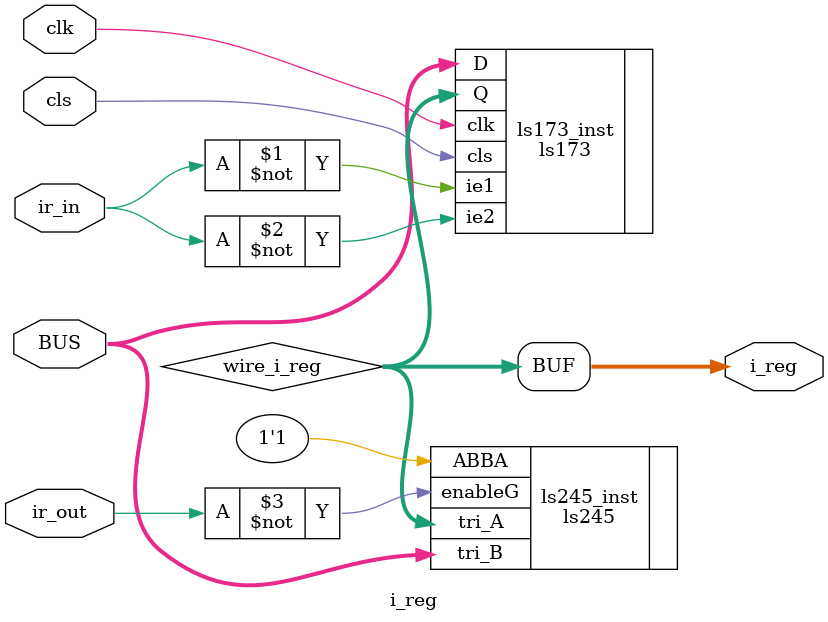
<source format=v>
module i_reg(
	input clk, cls, ir_in, ir_out,
	inout [7:0]BUS,
	output [7:0]i_reg
);
wire [7:0]wire_i_reg;

ls173 ls173_inst(
	.clk(clk),
	.cls(cls),
	.ie1(~ir_in),
	.ie2(~ir_in),
	.D(BUS),
	.Q(wire_i_reg)
);

assign i_reg = wire_i_reg;

ls245 ls245_inst(
	.enableG(~ir_out),
	.ABBA(1'b1),
	.tri_A(wire_i_reg),
	.tri_B(BUS)
);

endmodule 
</source>
